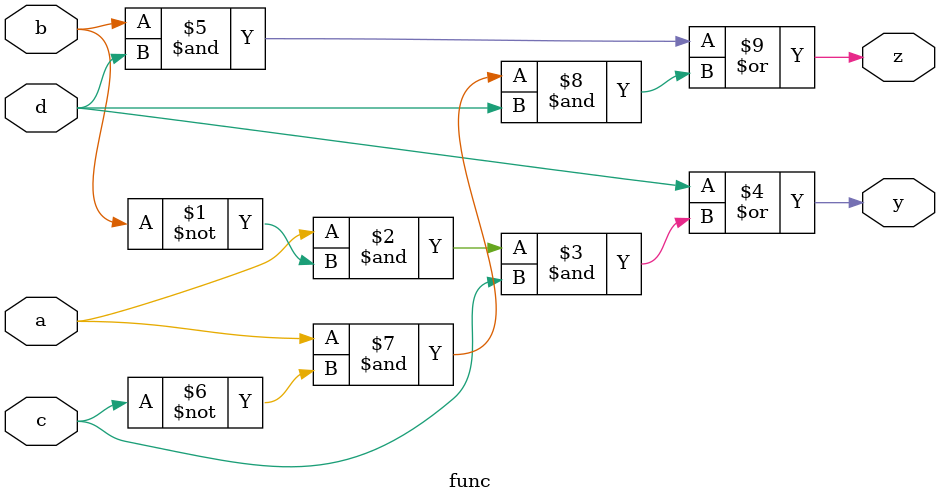
<source format=sv>
module func(input logic a, b, c, d, output logic y, z);
    assign y = d | (a & ~b & c);
    assign z = (b & d) | (a & ~c & d);
endmodule

</source>
